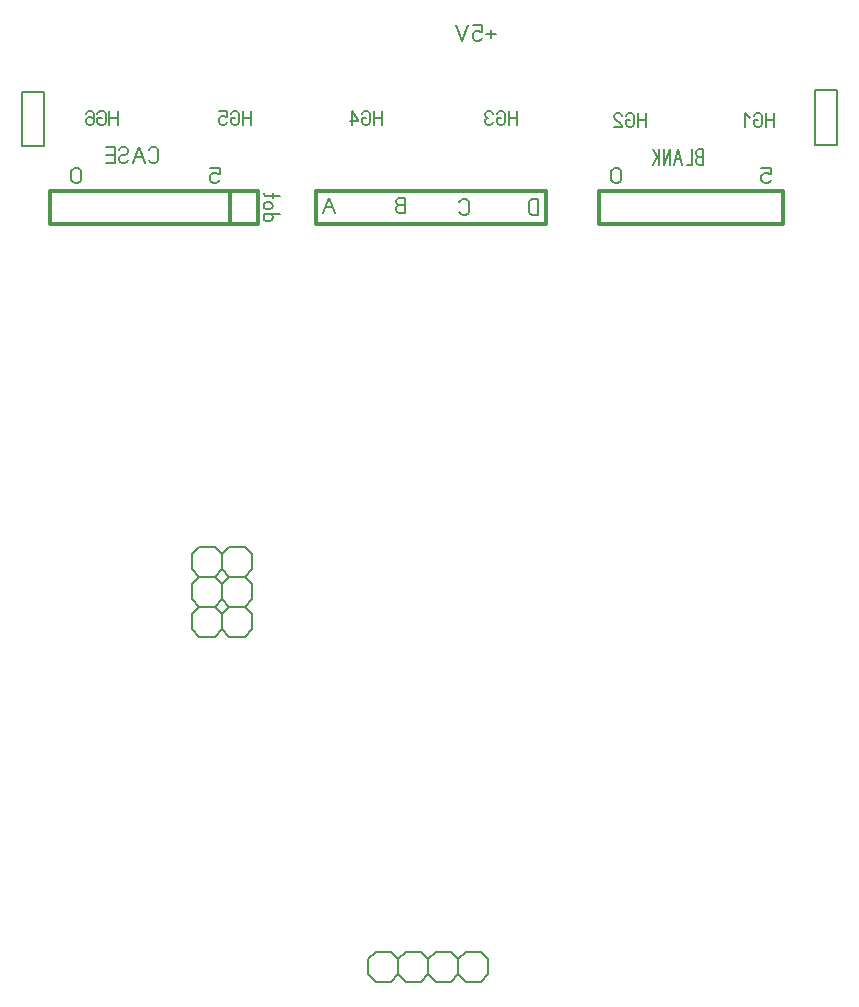
<source format=gbr>
%FSLAX34Y34*%
%MOMM*%
%LNSILK_BOTTOM*%
G71*
G01*
%ADD10C, 0.167*%
%ADD11C, 0.200*%
%ADD12C, 0.144*%
%ADD13C, 0.300*%
%LPD*%
G54D10*
X409558Y1279336D02*
X404558Y1292670D01*
X399558Y1279336D01*
G54D10*
X407558Y1284336D02*
X401558Y1284336D01*
G54D10*
X469471Y1279336D02*
X469471Y1292670D01*
X464471Y1292670D01*
X462471Y1291836D01*
X461471Y1290170D01*
X461471Y1288503D01*
X462471Y1286836D01*
X464471Y1286003D01*
X462471Y1285170D01*
X461471Y1283503D01*
X461471Y1281836D01*
X462471Y1280170D01*
X464471Y1279336D01*
X469471Y1279336D01*
G54D10*
X469471Y1286003D02*
X464471Y1286003D01*
G54D10*
X515341Y1280249D02*
X516341Y1278582D01*
X518341Y1277749D01*
X520341Y1277749D01*
X522341Y1278582D01*
X523341Y1280249D01*
X523341Y1288582D01*
X522341Y1290249D01*
X520341Y1291082D01*
X518341Y1291082D01*
X516341Y1290249D01*
X515341Y1288582D01*
G54D10*
X582184Y1277749D02*
X582184Y1291082D01*
X577184Y1291082D01*
X575184Y1290249D01*
X574184Y1288582D01*
X574184Y1280249D01*
X575184Y1278582D01*
X577184Y1277749D01*
X582184Y1277749D01*
G54D10*
X252330Y1324699D02*
X253330Y1323032D01*
X255330Y1322199D01*
X257330Y1322199D01*
X259330Y1323032D01*
X260330Y1324699D01*
X260330Y1333032D01*
X259330Y1334699D01*
X257330Y1335532D01*
X255330Y1335532D01*
X253330Y1334699D01*
X252330Y1333032D01*
G54D10*
X248663Y1322199D02*
X243663Y1335532D01*
X238663Y1322199D01*
G54D10*
X246663Y1327199D02*
X240663Y1327199D01*
G54D10*
X234996Y1324699D02*
X233996Y1323032D01*
X231996Y1322199D01*
X229996Y1322199D01*
X227996Y1323032D01*
X226996Y1324699D01*
X226996Y1326366D01*
X227996Y1328032D01*
X229996Y1328866D01*
X231996Y1328866D01*
X233996Y1329699D01*
X234996Y1331366D01*
X234996Y1333032D01*
X233996Y1334699D01*
X231996Y1335532D01*
X229996Y1335532D01*
X227996Y1334699D01*
X226996Y1333032D01*
G54D10*
X216329Y1322199D02*
X223329Y1322199D01*
X223329Y1335532D01*
X216329Y1335532D01*
G54D10*
X223329Y1328866D02*
X216329Y1328866D01*
G54D10*
X721250Y1320612D02*
X721250Y1333945D01*
X717917Y1333945D01*
X716583Y1333112D01*
X715917Y1331445D01*
X715917Y1329778D01*
X716583Y1328112D01*
X717917Y1327278D01*
X716583Y1326445D01*
X715917Y1324778D01*
X715917Y1323112D01*
X716583Y1321445D01*
X717917Y1320612D01*
X721250Y1320612D01*
G54D10*
X721250Y1327278D02*
X717917Y1327278D01*
G54D10*
X712250Y1333945D02*
X712250Y1320612D01*
X707583Y1320612D01*
G54D10*
X703916Y1320612D02*
X700583Y1333945D01*
X697249Y1320612D01*
G54D10*
X702583Y1325612D02*
X698583Y1325612D01*
G54D10*
X693582Y1320612D02*
X693582Y1333945D01*
X688249Y1320612D01*
X688249Y1333945D01*
G54D10*
X684582Y1320612D02*
X684582Y1333945D01*
G54D10*
X684582Y1324778D02*
X679249Y1333945D01*
G54D10*
X682582Y1327278D02*
X679249Y1320612D01*
G54D11*
X144636Y1336000D02*
X144636Y1382038D01*
X163686Y1382038D01*
X163686Y1336000D01*
X144636Y1336000D01*
G54D11*
X816149Y1337588D02*
X816149Y1383625D01*
X835199Y1383625D01*
X835199Y1337588D01*
X816149Y1337588D01*
G54D11*
X327025Y971550D02*
X333425Y971550D01*
X339725Y977850D01*
X339725Y990650D01*
X333425Y996950D01*
X320625Y996950D01*
X314325Y990650D01*
X314325Y977850D01*
X320625Y971550D01*
X327025Y971550D01*
G54D11*
X301625Y971550D02*
X308025Y971550D01*
X314325Y977850D01*
X314325Y990650D01*
X308025Y996950D01*
X295225Y996950D01*
X288925Y990650D01*
X288925Y977850D01*
X295225Y971550D01*
X301625Y971550D01*
G54D11*
X327025Y946150D02*
X333425Y946150D01*
X339725Y952450D01*
X339725Y965250D01*
X333425Y971550D01*
X320625Y971550D01*
X314325Y965250D01*
X314325Y952450D01*
X320625Y946150D01*
X327025Y946150D01*
G54D11*
X301625Y946150D02*
X308025Y946150D01*
X314325Y952450D01*
X314325Y965250D01*
X308025Y971550D01*
X295225Y971550D01*
X288925Y965250D01*
X288925Y952450D01*
X295225Y946150D01*
X301625Y946150D01*
G54D11*
X327025Y920750D02*
X333425Y920750D01*
X339725Y927050D01*
X339725Y939850D01*
X333425Y946150D01*
X320625Y946150D01*
X314325Y939850D01*
X314325Y927050D01*
X320625Y920750D01*
X327025Y920750D01*
G54D11*
X301625Y920750D02*
X308025Y920750D01*
X314325Y927050D01*
X314325Y939850D01*
X308025Y946150D01*
X295225Y946150D01*
X288925Y939850D01*
X288925Y927050D01*
X295225Y920750D01*
X301625Y920750D01*
G54D11*
X450850Y654050D02*
X444450Y654050D01*
X438150Y647750D01*
X438150Y634950D01*
X444450Y628650D01*
X457250Y628650D01*
X463550Y634950D01*
X463550Y647750D01*
X457250Y654050D01*
X450850Y654050D01*
G54D11*
X476250Y654050D02*
X469850Y654050D01*
X463550Y647750D01*
X463550Y634950D01*
X469850Y628650D01*
X482650Y628650D01*
X488950Y634950D01*
X488950Y647750D01*
X482650Y654050D01*
X476250Y654050D01*
G54D11*
X501650Y654050D02*
X495250Y654050D01*
X488950Y647750D01*
X488950Y634950D01*
X495250Y628650D01*
X508050Y628650D01*
X514350Y634950D01*
X514350Y647750D01*
X508050Y654050D01*
X501650Y654050D01*
G54D11*
X527050Y654050D02*
X520650Y654050D01*
X514350Y647750D01*
X514350Y634950D01*
X520650Y628650D01*
X533450Y628650D01*
X539750Y634950D01*
X539750Y647750D01*
X533450Y654050D01*
X527050Y654050D01*
G54D12*
X225862Y1354326D02*
X225862Y1365881D01*
G54D12*
X218929Y1354326D02*
X218929Y1365881D01*
G54D12*
X225862Y1360103D02*
X218929Y1360103D01*
G54D12*
X212285Y1360103D02*
X208818Y1360103D01*
X208818Y1356492D01*
X209685Y1355048D01*
X211418Y1354326D01*
X213152Y1354326D01*
X214885Y1355048D01*
X215752Y1356492D01*
X215752Y1363714D01*
X214885Y1365159D01*
X213152Y1365881D01*
X211418Y1365881D01*
X209685Y1365159D01*
X208818Y1363714D01*
G54D12*
X198707Y1363714D02*
X199574Y1365159D01*
X201307Y1365881D01*
X203040Y1365881D01*
X204774Y1365159D01*
X205640Y1363714D01*
X205640Y1360103D01*
X205640Y1359381D01*
X203040Y1360826D01*
X201307Y1360826D01*
X199574Y1360103D01*
X198707Y1358659D01*
X198707Y1356492D01*
X199574Y1355048D01*
X201307Y1354326D01*
X203040Y1354326D01*
X204774Y1355048D01*
X205640Y1356492D01*
X205640Y1360103D01*
G54D12*
X338575Y1354326D02*
X338575Y1365881D01*
G54D12*
X331642Y1354326D02*
X331642Y1365881D01*
G54D12*
X338575Y1360103D02*
X331642Y1360103D01*
G54D12*
X324997Y1360103D02*
X321531Y1360103D01*
X321531Y1356492D01*
X322397Y1355048D01*
X324131Y1354326D01*
X325864Y1354326D01*
X327597Y1355048D01*
X328464Y1356492D01*
X328464Y1363714D01*
X327597Y1365159D01*
X325864Y1365881D01*
X324131Y1365881D01*
X322397Y1365159D01*
X321531Y1363714D01*
G54D12*
X311420Y1365881D02*
X318353Y1365881D01*
X318353Y1360826D01*
X317486Y1360826D01*
X315753Y1361548D01*
X314020Y1361548D01*
X312286Y1360826D01*
X311420Y1359381D01*
X311420Y1356492D01*
X312286Y1355048D01*
X314020Y1354326D01*
X315753Y1354326D01*
X317486Y1355048D01*
X318353Y1356492D01*
G54D12*
X449700Y1354326D02*
X449700Y1365881D01*
G54D12*
X442767Y1354326D02*
X442767Y1365881D01*
G54D12*
X449700Y1360103D02*
X442767Y1360103D01*
G54D12*
X436122Y1360103D02*
X432656Y1360103D01*
X432656Y1356492D01*
X433522Y1355048D01*
X435256Y1354326D01*
X436989Y1354326D01*
X438722Y1355048D01*
X439589Y1356492D01*
X439589Y1363714D01*
X438722Y1365159D01*
X436989Y1365881D01*
X435256Y1365881D01*
X433522Y1365159D01*
X432656Y1363714D01*
G54D12*
X424278Y1354326D02*
X424278Y1365881D01*
X429478Y1358659D01*
X429478Y1357214D01*
X422545Y1357214D01*
G54D12*
X564000Y1354326D02*
X564000Y1365881D01*
G54D12*
X557067Y1354326D02*
X557067Y1365881D01*
G54D12*
X564000Y1360103D02*
X557067Y1360103D01*
G54D12*
X550422Y1360103D02*
X546956Y1360103D01*
X546956Y1356492D01*
X547822Y1355048D01*
X549556Y1354326D01*
X551289Y1354326D01*
X553022Y1355048D01*
X553889Y1356492D01*
X553889Y1363714D01*
X553022Y1365159D01*
X551289Y1365881D01*
X549556Y1365881D01*
X547822Y1365159D01*
X546956Y1363714D01*
G54D12*
X543778Y1363714D02*
X542911Y1365159D01*
X541178Y1365881D01*
X539445Y1365881D01*
X537711Y1365159D01*
X536845Y1363714D01*
X536845Y1362270D01*
X537711Y1360826D01*
X539445Y1360103D01*
X537711Y1359381D01*
X536845Y1357937D01*
X536845Y1356492D01*
X537711Y1355048D01*
X539445Y1354326D01*
X541178Y1354326D01*
X542911Y1355048D01*
X543778Y1356492D01*
G54D12*
X673538Y1352738D02*
X673538Y1364294D01*
G54D12*
X666604Y1352738D02*
X666604Y1364294D01*
G54D12*
X673538Y1358516D02*
X666604Y1358516D01*
G54D12*
X659960Y1358516D02*
X656493Y1358516D01*
X656493Y1354905D01*
X657360Y1353460D01*
X659093Y1352738D01*
X660826Y1352738D01*
X662560Y1353460D01*
X663426Y1354905D01*
X663426Y1362127D01*
X662560Y1363571D01*
X660826Y1364294D01*
X659093Y1364294D01*
X657360Y1363571D01*
X656493Y1362127D01*
G54D12*
X646382Y1352738D02*
X653316Y1352738D01*
X653316Y1353460D01*
X652449Y1354905D01*
X647249Y1359238D01*
X646382Y1360682D01*
X646382Y1362127D01*
X647249Y1363571D01*
X648982Y1364294D01*
X650716Y1364294D01*
X652449Y1363571D01*
X653316Y1362127D01*
G54D12*
X781488Y1352738D02*
X781488Y1364294D01*
G54D12*
X774554Y1352738D02*
X774554Y1364294D01*
G54D12*
X781488Y1358516D02*
X774554Y1358516D01*
G54D12*
X767910Y1358516D02*
X764443Y1358516D01*
X764443Y1354905D01*
X765310Y1353460D01*
X767043Y1352738D01*
X768776Y1352738D01*
X770510Y1353460D01*
X771376Y1354905D01*
X771376Y1362127D01*
X770510Y1363571D01*
X768776Y1364294D01*
X767043Y1364294D01*
X765310Y1363571D01*
X764443Y1362127D01*
G54D12*
X761266Y1359960D02*
X756932Y1364294D01*
X756932Y1352738D01*
G54D13*
X168275Y1298575D02*
X344488Y1298575D01*
X344488Y1270000D01*
X168275Y1270000D01*
X168275Y1298575D01*
G54D13*
X393700Y1298575D02*
X588962Y1298575D01*
X588962Y1270000D01*
X393700Y1270000D01*
X393700Y1298575D01*
G54D13*
X633412Y1298575D02*
X788988Y1298575D01*
X788988Y1270000D01*
X633412Y1270000D01*
X633412Y1298575D01*
G54D10*
X349638Y1278963D02*
X362971Y1278963D01*
G54D10*
X354971Y1278963D02*
X356638Y1277963D01*
X357138Y1275963D01*
X356638Y1273963D01*
X354971Y1272963D01*
X351638Y1272963D01*
X349971Y1273963D01*
X349638Y1275963D01*
X349971Y1277963D01*
X351638Y1278963D01*
G54D10*
X351638Y1288630D02*
X354971Y1288630D01*
X356638Y1287630D01*
X357138Y1285630D01*
X356638Y1283630D01*
X354971Y1282630D01*
X351638Y1282630D01*
X349971Y1283630D01*
X349638Y1285630D01*
X349971Y1287630D01*
X351638Y1288630D01*
G54D10*
X362971Y1294297D02*
X350471Y1294297D01*
X349638Y1295297D01*
X349971Y1296297D01*
G54D10*
X357138Y1292297D02*
X357138Y1296297D01*
G54D13*
X320675Y1298575D02*
X320675Y1270000D01*
G36*
X322175Y1298575D02*
X319175Y1298575D01*
X319175Y1300075D01*
X322175Y1300075D01*
X322175Y1298575D01*
G37*
G36*
X319175Y1270000D02*
X322175Y1270000D01*
X322175Y1268500D01*
X319175Y1268500D01*
X319175Y1270000D01*
G37*
G54D10*
X770905Y1318070D02*
X778905Y1318070D01*
X778905Y1312236D01*
X777905Y1312236D01*
X775905Y1313070D01*
X773905Y1313070D01*
X771905Y1312236D01*
X770905Y1310570D01*
X770905Y1307236D01*
X771905Y1305570D01*
X773905Y1304736D01*
X775905Y1304736D01*
X777905Y1305570D01*
X778905Y1307236D01*
G54D10*
X643905Y1315570D02*
X643905Y1307236D01*
X644905Y1305570D01*
X646905Y1304736D01*
X648905Y1304736D01*
X650905Y1305570D01*
X651905Y1307236D01*
X651905Y1315570D01*
X650905Y1317236D01*
X648905Y1318070D01*
X646905Y1318070D01*
X644905Y1317236D01*
X643905Y1315570D01*
G54D10*
X186705Y1315570D02*
X186705Y1307236D01*
X187705Y1305570D01*
X189705Y1304736D01*
X191705Y1304736D01*
X193705Y1305570D01*
X194705Y1307236D01*
X194705Y1315570D01*
X193705Y1317236D01*
X191705Y1318070D01*
X189705Y1318070D01*
X187705Y1317236D01*
X186705Y1315570D01*
G54D10*
X304180Y1318070D02*
X312180Y1318070D01*
X312180Y1312236D01*
X311180Y1312236D01*
X309180Y1313070D01*
X307180Y1313070D01*
X305180Y1312236D01*
X304180Y1310570D01*
X304180Y1307236D01*
X305180Y1305570D01*
X307180Y1304736D01*
X309180Y1304736D01*
X311180Y1305570D01*
X312180Y1307236D01*
G54D10*
X546084Y1431220D02*
X538084Y1431220D01*
G54D10*
X542084Y1434553D02*
X542084Y1427886D01*
G54D10*
X526416Y1438720D02*
X534416Y1438720D01*
X534416Y1432886D01*
X533416Y1432886D01*
X531416Y1433720D01*
X529416Y1433720D01*
X527416Y1432886D01*
X526416Y1431220D01*
X526416Y1427886D01*
X527416Y1426220D01*
X529416Y1425386D01*
X531416Y1425386D01*
X533416Y1426220D01*
X534416Y1427886D01*
G54D10*
X522750Y1438720D02*
X517750Y1425386D01*
X512750Y1438720D01*
M02*

</source>
